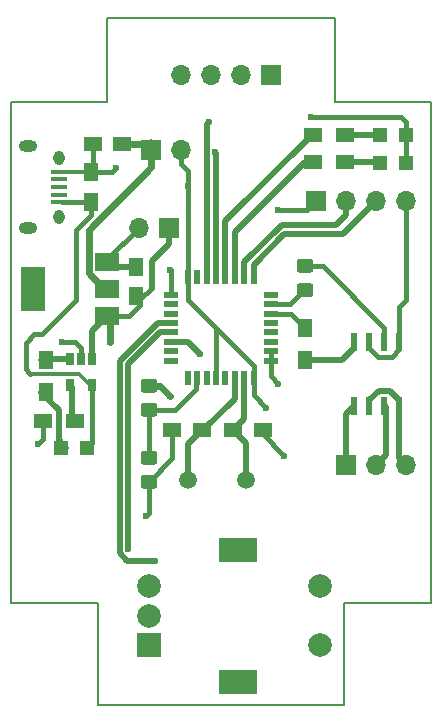
<source format=gbr>
%TF.GenerationSoftware,KiCad,Pcbnew,(5.0.2)-1*%
%TF.CreationDate,2019-05-13T13:04:59+03:00*%
%TF.ProjectId,timer,74696d65-722e-46b6-9963-61645f706362,rev?*%
%TF.SameCoordinates,Original*%
%TF.FileFunction,Copper,L2,Bot*%
%TF.FilePolarity,Positive*%
%FSLAX46Y46*%
G04 Gerber Fmt 4.6, Leading zero omitted, Abs format (unit mm)*
G04 Created by KiCad (PCBNEW (5.0.2)-1) date 13.05.2019 13:04:59*
%MOMM*%
%LPD*%
G01*
G04 APERTURE LIST*
%ADD10C,0.150000*%
%ADD11C,2.000000*%
%ADD12R,3.200000X2.000000*%
%ADD13R,2.000000X2.000000*%
%ADD14R,0.600000X1.200000*%
%ADD15R,1.200000X0.600000*%
%ADD16R,1.250000X1.500000*%
%ADD17R,1.500000X1.250000*%
%ADD18R,1.200000X1.200000*%
%ADD19R,1.700000X1.700000*%
%ADD20O,1.700000X1.700000*%
%ADD21R,1.350000X0.400000*%
%ADD22O,0.950000X1.250000*%
%ADD23O,1.550000X1.000000*%
%ADD24R,1.300000X1.500000*%
%ADD25R,1.500000X1.300000*%
%ADD26R,2.000000X3.800000*%
%ADD27R,2.000000X1.500000*%
%ADD28R,0.650000X1.060000*%
%ADD29C,1.500000*%
%ADD30R,0.600000X1.550000*%
%ADD31C,0.100000*%
%ADD32C,1.150000*%
%ADD33C,0.600000*%
%ADD34C,0.500000*%
%ADD35C,0.400000*%
%ADD36C,0.600000*%
%ADD37C,0.300000*%
%ADD38C,0.450000*%
%ADD39C,0.250000*%
G04 APERTURE END LIST*
D10*
X54102000Y-32004000D02*
X62230000Y-32004000D01*
X54102000Y-24892000D02*
X54102000Y-32004000D01*
X34798000Y-32004000D02*
X34798000Y-24892000D01*
X26670000Y-32004000D02*
X34798000Y-32004000D01*
X62230000Y-74422000D02*
X54864000Y-74422000D01*
X54864000Y-74422000D02*
X54864000Y-83058000D01*
X34036000Y-74422000D02*
X34036000Y-83058000D01*
X26670000Y-74422000D02*
X34036000Y-74422000D01*
X26670000Y-74422000D02*
X26670000Y-32004000D01*
X54864000Y-83058000D02*
X34036000Y-83058000D01*
X62230000Y-32004000D02*
X62230000Y-74422000D01*
X34798000Y-24892000D02*
X54102000Y-24892000D01*
D11*
X52832000Y-73025000D03*
X52832000Y-78025000D03*
D12*
X45832000Y-69925000D03*
X45832000Y-81125000D03*
D11*
X38332000Y-73025000D03*
X38332000Y-75525000D03*
D13*
X38332000Y-78025000D03*
D14*
X47193000Y-55372000D03*
X46393000Y-55372000D03*
X45593000Y-55372000D03*
X44793000Y-55372000D03*
X43993000Y-55372000D03*
X43193000Y-55372000D03*
X42393000Y-55372000D03*
X41593000Y-55372000D03*
D15*
X40143000Y-53922000D03*
X40143000Y-53122000D03*
X40143000Y-52322000D03*
X40143000Y-51522000D03*
X40143000Y-50722000D03*
X40143000Y-49922000D03*
X40143000Y-49122000D03*
X40143000Y-48322000D03*
D14*
X41593000Y-46872000D03*
X42393000Y-46872000D03*
X43193000Y-46872000D03*
X43993000Y-46872000D03*
X44793000Y-46872000D03*
X45593000Y-46872000D03*
X46393000Y-46872000D03*
X47193000Y-46872000D03*
D15*
X48643000Y-48322000D03*
X48643000Y-49122000D03*
X48643000Y-49922000D03*
X48643000Y-50722000D03*
X48643000Y-51522000D03*
X48643000Y-52322000D03*
X48643000Y-53122000D03*
X48643000Y-53922000D03*
D16*
X37211000Y-48474000D03*
X37211000Y-45974000D03*
D17*
X36068000Y-35560000D03*
X33568000Y-35560000D03*
X45466000Y-59817000D03*
X47966000Y-59817000D03*
X42799000Y-59817000D03*
X40299000Y-59817000D03*
D16*
X33401000Y-40473000D03*
X33401000Y-37973000D03*
D18*
X33061000Y-61341000D03*
X30861000Y-61341000D03*
X57912000Y-34798000D03*
X60112000Y-34798000D03*
X57912000Y-37211000D03*
X60112000Y-37211000D03*
D19*
X54991000Y-62738000D03*
D20*
X57531000Y-62738000D03*
X60071000Y-62738000D03*
D19*
X48641000Y-29718000D03*
D20*
X46101000Y-29718000D03*
X43561000Y-29718000D03*
X41021000Y-29718000D03*
D21*
X30734000Y-40513000D03*
X30734000Y-39863000D03*
X30734000Y-39213000D03*
X30734000Y-38563000D03*
X30734000Y-37913000D03*
D22*
X30734000Y-41713000D03*
X30734000Y-36713000D03*
D23*
X28034000Y-42713000D03*
X28034000Y-35713000D03*
D19*
X52451000Y-40386000D03*
D20*
X54991000Y-40386000D03*
X57531000Y-40386000D03*
X60071000Y-40386000D03*
D19*
X40005000Y-42672000D03*
D20*
X37465000Y-42672000D03*
D19*
X38481000Y-36068000D03*
D20*
X41021000Y-36068000D03*
D24*
X51562000Y-53848000D03*
X51562000Y-51148000D03*
X29591000Y-56548000D03*
X29591000Y-53848000D03*
D25*
X32037000Y-59055000D03*
X29337000Y-59055000D03*
X54897000Y-34798000D03*
X52197000Y-34798000D03*
X54897000Y-37084000D03*
X52197000Y-37084000D03*
D26*
X28498000Y-47865000D03*
D27*
X34798000Y-47865000D03*
X34798000Y-50165000D03*
X34798000Y-45565000D03*
D28*
X31628000Y-53807000D03*
X32578000Y-53807000D03*
X33528000Y-53807000D03*
X33528000Y-56007000D03*
X31628000Y-56007000D03*
D29*
X41656000Y-64008000D03*
X46536000Y-64008000D03*
D30*
X55712360Y-52336720D03*
X56982360Y-52336720D03*
X58252360Y-52336720D03*
X59522360Y-52336720D03*
X59522360Y-57736720D03*
X58252360Y-57736720D03*
X56982360Y-57736720D03*
X55712360Y-57736720D03*
D31*
G36*
X38787865Y-57510924D02*
X38812133Y-57514524D01*
X38835932Y-57520485D01*
X38859031Y-57528750D01*
X38881210Y-57539240D01*
X38902253Y-57551852D01*
X38921959Y-57566467D01*
X38940137Y-57582943D01*
X38956613Y-57601121D01*
X38971228Y-57620827D01*
X38983840Y-57641870D01*
X38994330Y-57664049D01*
X39002595Y-57687148D01*
X39008556Y-57710947D01*
X39012156Y-57735215D01*
X39013360Y-57759719D01*
X39013360Y-58409721D01*
X39012156Y-58434225D01*
X39008556Y-58458493D01*
X39002595Y-58482292D01*
X38994330Y-58505391D01*
X38983840Y-58527570D01*
X38971228Y-58548613D01*
X38956613Y-58568319D01*
X38940137Y-58586497D01*
X38921959Y-58602973D01*
X38902253Y-58617588D01*
X38881210Y-58630200D01*
X38859031Y-58640690D01*
X38835932Y-58648955D01*
X38812133Y-58654916D01*
X38787865Y-58658516D01*
X38763361Y-58659720D01*
X37863359Y-58659720D01*
X37838855Y-58658516D01*
X37814587Y-58654916D01*
X37790788Y-58648955D01*
X37767689Y-58640690D01*
X37745510Y-58630200D01*
X37724467Y-58617588D01*
X37704761Y-58602973D01*
X37686583Y-58586497D01*
X37670107Y-58568319D01*
X37655492Y-58548613D01*
X37642880Y-58527570D01*
X37632390Y-58505391D01*
X37624125Y-58482292D01*
X37618164Y-58458493D01*
X37614564Y-58434225D01*
X37613360Y-58409721D01*
X37613360Y-57759719D01*
X37614564Y-57735215D01*
X37618164Y-57710947D01*
X37624125Y-57687148D01*
X37632390Y-57664049D01*
X37642880Y-57641870D01*
X37655492Y-57620827D01*
X37670107Y-57601121D01*
X37686583Y-57582943D01*
X37704761Y-57566467D01*
X37724467Y-57551852D01*
X37745510Y-57539240D01*
X37767689Y-57528750D01*
X37790788Y-57520485D01*
X37814587Y-57514524D01*
X37838855Y-57510924D01*
X37863359Y-57509720D01*
X38763361Y-57509720D01*
X38787865Y-57510924D01*
X38787865Y-57510924D01*
G37*
D32*
X38313360Y-58084720D03*
D31*
G36*
X38787865Y-55460924D02*
X38812133Y-55464524D01*
X38835932Y-55470485D01*
X38859031Y-55478750D01*
X38881210Y-55489240D01*
X38902253Y-55501852D01*
X38921959Y-55516467D01*
X38940137Y-55532943D01*
X38956613Y-55551121D01*
X38971228Y-55570827D01*
X38983840Y-55591870D01*
X38994330Y-55614049D01*
X39002595Y-55637148D01*
X39008556Y-55660947D01*
X39012156Y-55685215D01*
X39013360Y-55709719D01*
X39013360Y-56359721D01*
X39012156Y-56384225D01*
X39008556Y-56408493D01*
X39002595Y-56432292D01*
X38994330Y-56455391D01*
X38983840Y-56477570D01*
X38971228Y-56498613D01*
X38956613Y-56518319D01*
X38940137Y-56536497D01*
X38921959Y-56552973D01*
X38902253Y-56567588D01*
X38881210Y-56580200D01*
X38859031Y-56590690D01*
X38835932Y-56598955D01*
X38812133Y-56604916D01*
X38787865Y-56608516D01*
X38763361Y-56609720D01*
X37863359Y-56609720D01*
X37838855Y-56608516D01*
X37814587Y-56604916D01*
X37790788Y-56598955D01*
X37767689Y-56590690D01*
X37745510Y-56580200D01*
X37724467Y-56567588D01*
X37704761Y-56552973D01*
X37686583Y-56536497D01*
X37670107Y-56518319D01*
X37655492Y-56498613D01*
X37642880Y-56477570D01*
X37632390Y-56455391D01*
X37624125Y-56432292D01*
X37618164Y-56408493D01*
X37614564Y-56384225D01*
X37613360Y-56359721D01*
X37613360Y-55709719D01*
X37614564Y-55685215D01*
X37618164Y-55660947D01*
X37624125Y-55637148D01*
X37632390Y-55614049D01*
X37642880Y-55591870D01*
X37655492Y-55570827D01*
X37670107Y-55551121D01*
X37686583Y-55532943D01*
X37704761Y-55516467D01*
X37724467Y-55501852D01*
X37745510Y-55489240D01*
X37767689Y-55478750D01*
X37790788Y-55470485D01*
X37814587Y-55464524D01*
X37838855Y-55460924D01*
X37863359Y-55459720D01*
X38763361Y-55459720D01*
X38787865Y-55460924D01*
X38787865Y-55460924D01*
G37*
D32*
X38313360Y-56034720D03*
D31*
G36*
X38787865Y-61556924D02*
X38812133Y-61560524D01*
X38835932Y-61566485D01*
X38859031Y-61574750D01*
X38881210Y-61585240D01*
X38902253Y-61597852D01*
X38921959Y-61612467D01*
X38940137Y-61628943D01*
X38956613Y-61647121D01*
X38971228Y-61666827D01*
X38983840Y-61687870D01*
X38994330Y-61710049D01*
X39002595Y-61733148D01*
X39008556Y-61756947D01*
X39012156Y-61781215D01*
X39013360Y-61805719D01*
X39013360Y-62455721D01*
X39012156Y-62480225D01*
X39008556Y-62504493D01*
X39002595Y-62528292D01*
X38994330Y-62551391D01*
X38983840Y-62573570D01*
X38971228Y-62594613D01*
X38956613Y-62614319D01*
X38940137Y-62632497D01*
X38921959Y-62648973D01*
X38902253Y-62663588D01*
X38881210Y-62676200D01*
X38859031Y-62686690D01*
X38835932Y-62694955D01*
X38812133Y-62700916D01*
X38787865Y-62704516D01*
X38763361Y-62705720D01*
X37863359Y-62705720D01*
X37838855Y-62704516D01*
X37814587Y-62700916D01*
X37790788Y-62694955D01*
X37767689Y-62686690D01*
X37745510Y-62676200D01*
X37724467Y-62663588D01*
X37704761Y-62648973D01*
X37686583Y-62632497D01*
X37670107Y-62614319D01*
X37655492Y-62594613D01*
X37642880Y-62573570D01*
X37632390Y-62551391D01*
X37624125Y-62528292D01*
X37618164Y-62504493D01*
X37614564Y-62480225D01*
X37613360Y-62455721D01*
X37613360Y-61805719D01*
X37614564Y-61781215D01*
X37618164Y-61756947D01*
X37624125Y-61733148D01*
X37632390Y-61710049D01*
X37642880Y-61687870D01*
X37655492Y-61666827D01*
X37670107Y-61647121D01*
X37686583Y-61628943D01*
X37704761Y-61612467D01*
X37724467Y-61597852D01*
X37745510Y-61585240D01*
X37767689Y-61574750D01*
X37790788Y-61566485D01*
X37814587Y-61560524D01*
X37838855Y-61556924D01*
X37863359Y-61555720D01*
X38763361Y-61555720D01*
X38787865Y-61556924D01*
X38787865Y-61556924D01*
G37*
D32*
X38313360Y-62130720D03*
D31*
G36*
X38787865Y-63606924D02*
X38812133Y-63610524D01*
X38835932Y-63616485D01*
X38859031Y-63624750D01*
X38881210Y-63635240D01*
X38902253Y-63647852D01*
X38921959Y-63662467D01*
X38940137Y-63678943D01*
X38956613Y-63697121D01*
X38971228Y-63716827D01*
X38983840Y-63737870D01*
X38994330Y-63760049D01*
X39002595Y-63783148D01*
X39008556Y-63806947D01*
X39012156Y-63831215D01*
X39013360Y-63855719D01*
X39013360Y-64505721D01*
X39012156Y-64530225D01*
X39008556Y-64554493D01*
X39002595Y-64578292D01*
X38994330Y-64601391D01*
X38983840Y-64623570D01*
X38971228Y-64644613D01*
X38956613Y-64664319D01*
X38940137Y-64682497D01*
X38921959Y-64698973D01*
X38902253Y-64713588D01*
X38881210Y-64726200D01*
X38859031Y-64736690D01*
X38835932Y-64744955D01*
X38812133Y-64750916D01*
X38787865Y-64754516D01*
X38763361Y-64755720D01*
X37863359Y-64755720D01*
X37838855Y-64754516D01*
X37814587Y-64750916D01*
X37790788Y-64744955D01*
X37767689Y-64736690D01*
X37745510Y-64726200D01*
X37724467Y-64713588D01*
X37704761Y-64698973D01*
X37686583Y-64682497D01*
X37670107Y-64664319D01*
X37655492Y-64644613D01*
X37642880Y-64623570D01*
X37632390Y-64601391D01*
X37624125Y-64578292D01*
X37618164Y-64554493D01*
X37614564Y-64530225D01*
X37613360Y-64505721D01*
X37613360Y-63855719D01*
X37614564Y-63831215D01*
X37618164Y-63806947D01*
X37624125Y-63783148D01*
X37632390Y-63760049D01*
X37642880Y-63737870D01*
X37655492Y-63716827D01*
X37670107Y-63697121D01*
X37686583Y-63678943D01*
X37704761Y-63662467D01*
X37724467Y-63647852D01*
X37745510Y-63635240D01*
X37767689Y-63624750D01*
X37790788Y-63616485D01*
X37814587Y-63610524D01*
X37838855Y-63606924D01*
X37863359Y-63605720D01*
X38763361Y-63605720D01*
X38787865Y-63606924D01*
X38787865Y-63606924D01*
G37*
D32*
X38313360Y-64180720D03*
D31*
G36*
X51995865Y-47368924D02*
X52020133Y-47372524D01*
X52043932Y-47378485D01*
X52067031Y-47386750D01*
X52089210Y-47397240D01*
X52110253Y-47409852D01*
X52129959Y-47424467D01*
X52148137Y-47440943D01*
X52164613Y-47459121D01*
X52179228Y-47478827D01*
X52191840Y-47499870D01*
X52202330Y-47522049D01*
X52210595Y-47545148D01*
X52216556Y-47568947D01*
X52220156Y-47593215D01*
X52221360Y-47617719D01*
X52221360Y-48267721D01*
X52220156Y-48292225D01*
X52216556Y-48316493D01*
X52210595Y-48340292D01*
X52202330Y-48363391D01*
X52191840Y-48385570D01*
X52179228Y-48406613D01*
X52164613Y-48426319D01*
X52148137Y-48444497D01*
X52129959Y-48460973D01*
X52110253Y-48475588D01*
X52089210Y-48488200D01*
X52067031Y-48498690D01*
X52043932Y-48506955D01*
X52020133Y-48512916D01*
X51995865Y-48516516D01*
X51971361Y-48517720D01*
X51071359Y-48517720D01*
X51046855Y-48516516D01*
X51022587Y-48512916D01*
X50998788Y-48506955D01*
X50975689Y-48498690D01*
X50953510Y-48488200D01*
X50932467Y-48475588D01*
X50912761Y-48460973D01*
X50894583Y-48444497D01*
X50878107Y-48426319D01*
X50863492Y-48406613D01*
X50850880Y-48385570D01*
X50840390Y-48363391D01*
X50832125Y-48340292D01*
X50826164Y-48316493D01*
X50822564Y-48292225D01*
X50821360Y-48267721D01*
X50821360Y-47617719D01*
X50822564Y-47593215D01*
X50826164Y-47568947D01*
X50832125Y-47545148D01*
X50840390Y-47522049D01*
X50850880Y-47499870D01*
X50863492Y-47478827D01*
X50878107Y-47459121D01*
X50894583Y-47440943D01*
X50912761Y-47424467D01*
X50932467Y-47409852D01*
X50953510Y-47397240D01*
X50975689Y-47386750D01*
X50998788Y-47378485D01*
X51022587Y-47372524D01*
X51046855Y-47368924D01*
X51071359Y-47367720D01*
X51971361Y-47367720D01*
X51995865Y-47368924D01*
X51995865Y-47368924D01*
G37*
D32*
X51521360Y-47942720D03*
D31*
G36*
X51995865Y-45318924D02*
X52020133Y-45322524D01*
X52043932Y-45328485D01*
X52067031Y-45336750D01*
X52089210Y-45347240D01*
X52110253Y-45359852D01*
X52129959Y-45374467D01*
X52148137Y-45390943D01*
X52164613Y-45409121D01*
X52179228Y-45428827D01*
X52191840Y-45449870D01*
X52202330Y-45472049D01*
X52210595Y-45495148D01*
X52216556Y-45518947D01*
X52220156Y-45543215D01*
X52221360Y-45567719D01*
X52221360Y-46217721D01*
X52220156Y-46242225D01*
X52216556Y-46266493D01*
X52210595Y-46290292D01*
X52202330Y-46313391D01*
X52191840Y-46335570D01*
X52179228Y-46356613D01*
X52164613Y-46376319D01*
X52148137Y-46394497D01*
X52129959Y-46410973D01*
X52110253Y-46425588D01*
X52089210Y-46438200D01*
X52067031Y-46448690D01*
X52043932Y-46456955D01*
X52020133Y-46462916D01*
X51995865Y-46466516D01*
X51971361Y-46467720D01*
X51071359Y-46467720D01*
X51046855Y-46466516D01*
X51022587Y-46462916D01*
X50998788Y-46456955D01*
X50975689Y-46448690D01*
X50953510Y-46438200D01*
X50932467Y-46425588D01*
X50912761Y-46410973D01*
X50894583Y-46394497D01*
X50878107Y-46376319D01*
X50863492Y-46356613D01*
X50850880Y-46335570D01*
X50840390Y-46313391D01*
X50832125Y-46290292D01*
X50826164Y-46266493D01*
X50822564Y-46242225D01*
X50821360Y-46217721D01*
X50821360Y-45567719D01*
X50822564Y-45543215D01*
X50826164Y-45518947D01*
X50832125Y-45495148D01*
X50840390Y-45472049D01*
X50850880Y-45449870D01*
X50863492Y-45428827D01*
X50878107Y-45409121D01*
X50894583Y-45390943D01*
X50912761Y-45374467D01*
X50932467Y-45359852D01*
X50953510Y-45347240D01*
X50975689Y-45336750D01*
X50998788Y-45328485D01*
X51022587Y-45322524D01*
X51046855Y-45318924D01*
X51071359Y-45317720D01*
X51971361Y-45317720D01*
X51995865Y-45318924D01*
X51995865Y-45318924D01*
G37*
D32*
X51521360Y-45892720D03*
D33*
X40132000Y-56896000D03*
X35052000Y-52324000D03*
X40132000Y-46228000D03*
X28956000Y-60960000D03*
X49276000Y-55880000D03*
X38100000Y-67056000D03*
X49784000Y-61976000D03*
X30988000Y-52324000D03*
X35560000Y-37592000D03*
X52070000Y-33274000D03*
X38862000Y-70866000D03*
X36576000Y-69850000D03*
X42672000Y-53340000D03*
X43943000Y-36240720D03*
X43393360Y-33700720D03*
X49276000Y-41148000D03*
X48260000Y-57912000D03*
X41593000Y-39116000D03*
D34*
X40005000Y-42672000D02*
X40005000Y-44022000D01*
X40005000Y-44022000D02*
X38580903Y-45446097D01*
X38580903Y-45446097D02*
X38580903Y-47731469D01*
D35*
X34798000Y-50165000D02*
X36663000Y-50165000D01*
X36663000Y-50165000D02*
X37592000Y-49236000D01*
X37592000Y-49236000D02*
X37592000Y-48720372D01*
X37592000Y-48720372D02*
X38580903Y-47731469D01*
D34*
X33528000Y-53807000D02*
X33528000Y-51435000D01*
X33528000Y-51435000D02*
X34798000Y-50165000D01*
D36*
X38313360Y-56034720D02*
X39270720Y-56034720D01*
X39270720Y-56034720D02*
X40132000Y-56896000D01*
X35052000Y-50419000D02*
X34798000Y-50165000D01*
X35052000Y-52324000D02*
X35052000Y-50419000D01*
D34*
X37211000Y-45974000D02*
X35207000Y-45974000D01*
D35*
X35207000Y-45974000D02*
X34798000Y-45565000D01*
X36802000Y-45565000D02*
X37211000Y-45974000D01*
X48643000Y-53122000D02*
X48643000Y-53922000D01*
D37*
X33341000Y-37913000D02*
X30734000Y-37913000D01*
D38*
X33401000Y-37973000D02*
X33341000Y-37913000D01*
X34798000Y-45339000D02*
X37465000Y-42672000D01*
X34798000Y-45565000D02*
X34798000Y-45339000D01*
X40143000Y-48322000D02*
X40143000Y-46239000D01*
X40143000Y-46239000D02*
X40132000Y-46228000D01*
X29337000Y-59055000D02*
X29337000Y-60579000D01*
X29337000Y-60579000D02*
X28956000Y-60960000D01*
X59522360Y-52336720D02*
X59522360Y-49362360D01*
X60071000Y-48813720D02*
X60071000Y-40386000D01*
X59522360Y-49362360D02*
X60071000Y-48813720D01*
X48643000Y-53922000D02*
X48643000Y-55247000D01*
X48643000Y-55247000D02*
X49276000Y-55880000D01*
X59522360Y-52906722D02*
X59522360Y-52336720D01*
X58867362Y-53561720D02*
X59522360Y-52906722D01*
X57732360Y-53561720D02*
X58867362Y-53561720D01*
X56982360Y-52811720D02*
X57732360Y-53561720D01*
X56982360Y-52336720D02*
X56982360Y-52811720D01*
X40299000Y-62195080D02*
X38313360Y-64180720D01*
X40299000Y-59817000D02*
X40299000Y-62195080D01*
X38313360Y-64180720D02*
X38313360Y-66842640D01*
X38313360Y-66842640D02*
X38100000Y-67056000D01*
X47966000Y-59817000D02*
X47966000Y-60158000D01*
X47966000Y-60158000D02*
X49784000Y-61976000D01*
X32075000Y-52324000D02*
X30988000Y-52324000D01*
X32578000Y-53807000D02*
X32578000Y-52827000D01*
X32578000Y-52827000D02*
X32075000Y-52324000D01*
X60112000Y-37211000D02*
X60112000Y-34798000D01*
X33568000Y-37806000D02*
X33401000Y-37973000D01*
X33568000Y-35560000D02*
X33568000Y-37806000D01*
X33401000Y-37973000D02*
X35179000Y-37973000D01*
X35179000Y-37973000D02*
X35560000Y-37592000D01*
X59638000Y-33274000D02*
X52070000Y-33274000D01*
X60112000Y-34798000D02*
X60112000Y-33748000D01*
X60112000Y-33748000D02*
X59638000Y-33274000D01*
D34*
X38481000Y-36068000D02*
X38481000Y-35433000D01*
D36*
X38481000Y-37518000D02*
X38481000Y-36068000D01*
X38481000Y-37532962D02*
X38481000Y-37518000D01*
X33198000Y-42815962D02*
X38481000Y-37532962D01*
X33198000Y-46515000D02*
X33198000Y-42815962D01*
X34548000Y-47865000D02*
X33198000Y-46515000D01*
X34798000Y-47865000D02*
X34548000Y-47865000D01*
X37973000Y-35560000D02*
X38481000Y-36068000D01*
X36068000Y-35560000D02*
X37973000Y-35560000D01*
D34*
X46536000Y-64008000D02*
X46536000Y-60887000D01*
X46536000Y-60887000D02*
X45466000Y-59817000D01*
X45466000Y-59817000D02*
X46393000Y-58890000D01*
X46393000Y-58890000D02*
X46393000Y-55372000D01*
X45593000Y-55372000D02*
X45593000Y-57148000D01*
X45593000Y-57148000D02*
X42924000Y-59817000D01*
X42924000Y-59817000D02*
X42799000Y-59817000D01*
X41656000Y-64008000D02*
X41656000Y-60960000D01*
X41656000Y-60960000D02*
X42799000Y-59817000D01*
D35*
X32131000Y-48806998D02*
X32131000Y-42893000D01*
X28575000Y-51689000D02*
X29248998Y-51689000D01*
X27863120Y-54660120D02*
X27863120Y-52400880D01*
X29248998Y-51689000D02*
X32131000Y-48806998D01*
X27863120Y-52400880D02*
X28575000Y-51689000D01*
X28272740Y-55069740D02*
X27863120Y-54660120D01*
D37*
X32367195Y-55069740D02*
X28272740Y-55069740D01*
D35*
X33401000Y-41623000D02*
X33401000Y-40473000D01*
D37*
X33304455Y-56007000D02*
X32367195Y-55069740D01*
D35*
X33528000Y-56007000D02*
X33304455Y-56007000D01*
X32131000Y-42893000D02*
X33401000Y-41623000D01*
X33528000Y-56007000D02*
X33528000Y-60874000D01*
X33528000Y-60874000D02*
X33061000Y-61341000D01*
D38*
X33401000Y-40473000D02*
X31496000Y-40473000D01*
D35*
X30948990Y-40473000D02*
X31496000Y-40473000D01*
D34*
X36481998Y-70866000D02*
X38862000Y-70866000D01*
X35825999Y-70210001D02*
X36481998Y-70866000D01*
X35825999Y-53939001D02*
X35825999Y-70210001D01*
X40143000Y-50722000D02*
X39043000Y-50722000D01*
X39043000Y-50722000D02*
X35825999Y-53939001D01*
X36576000Y-54178998D02*
X36576000Y-69850000D01*
X40143000Y-51522000D02*
X39232998Y-51522000D01*
X39232998Y-51522000D02*
X36576000Y-54178998D01*
X40143000Y-52322000D02*
X41654000Y-52322000D01*
X41654000Y-52322000D02*
X42672000Y-53340000D01*
X31328000Y-61341000D02*
X31328000Y-61300000D01*
X31328000Y-61300000D02*
X30688764Y-60660764D01*
X30688764Y-58126764D02*
X29210000Y-56648000D01*
X30688764Y-60660764D02*
X30688764Y-58126764D01*
X29210000Y-56648000D02*
X29210000Y-56548000D01*
X54897000Y-34798000D02*
X57912000Y-34798000D01*
X54897000Y-37084000D02*
X57785000Y-37084000D01*
X57785000Y-37084000D02*
X57912000Y-37211000D01*
X54991000Y-62738000D02*
X54991000Y-62658000D01*
X54991000Y-58458080D02*
X55712360Y-57736720D01*
X54991000Y-62738000D02*
X54991000Y-58458080D01*
X58380999Y-57865359D02*
X58252360Y-57736720D01*
X58380999Y-61888001D02*
X58380999Y-57865359D01*
X57531000Y-62738000D02*
X58380999Y-61888001D01*
X59522360Y-62189360D02*
X60071000Y-62738000D01*
X59522360Y-57736720D02*
X59522360Y-62189360D01*
X59522360Y-57261720D02*
X59522360Y-57736720D01*
X58722360Y-56461720D02*
X59522360Y-57261720D01*
X57782360Y-56461720D02*
X58722360Y-56461720D01*
X56982360Y-57261720D02*
X57782360Y-56461720D01*
X56982360Y-57736720D02*
X56982360Y-57261720D01*
X43993000Y-46872000D02*
X43993000Y-36290720D01*
X43993000Y-36290720D02*
X43943000Y-36240720D01*
X43193000Y-46872000D02*
X43193000Y-33901080D01*
X43193000Y-33901080D02*
X43393360Y-33700720D01*
X54991000Y-40386000D02*
X54991000Y-41588081D01*
X54991000Y-41588081D02*
X54161081Y-42418000D01*
X54161081Y-42418000D02*
X49557038Y-42418000D01*
X49557038Y-42418000D02*
X46393000Y-45582037D01*
X46393000Y-45582037D02*
X46393000Y-46872000D01*
X49785000Y-43180000D02*
X54737000Y-43180000D01*
X54737000Y-43180000D02*
X57531000Y-40386000D01*
X47193000Y-46872000D02*
X47193000Y-45772000D01*
X47193000Y-45772000D02*
X49785000Y-43180000D01*
X51863000Y-53848000D02*
X51689000Y-54022000D01*
X55712360Y-52811720D02*
X55712360Y-52336720D01*
X54676080Y-53848000D02*
X55712360Y-52811720D01*
X51562000Y-53848000D02*
X54676080Y-53848000D01*
X31628000Y-53807000D02*
X29251000Y-53807000D01*
X29251000Y-53807000D02*
X29210000Y-53848000D01*
X31783000Y-59055000D02*
X31783000Y-56162000D01*
X31783000Y-56162000D02*
X31628000Y-56007000D01*
X31623000Y-56012000D02*
X31628000Y-56007000D01*
X44793000Y-46872000D02*
X44793000Y-42102000D01*
X44793000Y-42102000D02*
X52097000Y-34798000D01*
X52097000Y-34798000D02*
X52197000Y-34798000D01*
X45593000Y-46872000D02*
X45593000Y-43029154D01*
X45593000Y-43029154D02*
X51538154Y-37084000D01*
X51538154Y-37084000D02*
X52197000Y-37084000D01*
D35*
X47193000Y-54372000D02*
X44129000Y-51308000D01*
X44129000Y-51308000D02*
X41593000Y-48772000D01*
X43993000Y-55372000D02*
X43993000Y-51444000D01*
X43993000Y-51444000D02*
X44129000Y-51308000D01*
X47193000Y-55372000D02*
X47193000Y-54372000D01*
X41593000Y-48772000D02*
X41593000Y-46872000D01*
D39*
X41593000Y-46872000D02*
X41593000Y-47722000D01*
D38*
X41021000Y-37270081D02*
X41021000Y-36068000D01*
X41593000Y-37842081D02*
X41021000Y-37270081D01*
X41593000Y-46872000D02*
X41593000Y-39116000D01*
X51689000Y-41148000D02*
X52451000Y-40386000D01*
X49276000Y-41148000D02*
X51689000Y-41148000D01*
X47193000Y-55372000D02*
X47193000Y-56845000D01*
X47193000Y-56845000D02*
X48260000Y-57912000D01*
X41593000Y-39116000D02*
X41593000Y-37842081D01*
D35*
X51562000Y-51148000D02*
X50336000Y-49922000D01*
X50336000Y-49922000D02*
X48643000Y-49922000D01*
X48643000Y-49122000D02*
X50225000Y-49122000D01*
X50225000Y-49122000D02*
X51435000Y-47912000D01*
D38*
X52321360Y-45892720D02*
X51521360Y-45892720D01*
X53033360Y-45892720D02*
X52321360Y-45892720D01*
X58252360Y-51111720D02*
X53033360Y-45892720D01*
X58252360Y-52336720D02*
X58252360Y-51111720D01*
D34*
X42418000Y-55397000D02*
X42393000Y-55372000D01*
D38*
X38313360Y-58084720D02*
X38313360Y-62130720D01*
X42318001Y-55446999D02*
X42393000Y-55372000D01*
X42318001Y-56312001D02*
X42318001Y-55446999D01*
X40545282Y-58084720D02*
X42318001Y-56312001D01*
X38313360Y-58084720D02*
X40545282Y-58084720D01*
M02*

</source>
